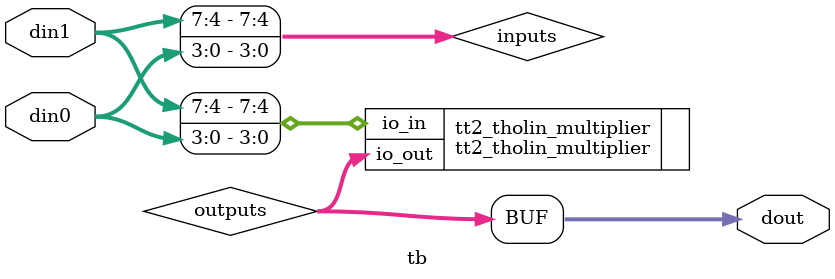
<source format=v>
`default_nettype none
`timescale 1ns/1ps

module tb (
	input [3:0] din0,
	input [7:4] din1,
	output [7:0] dout
	);

	initial begin
		$dumpfile ("tb.vcd");
		$dumpvars (0, tb);
		#1;
	end

	wire [7:0] inputs = {din1, din0};
	wire [7:0] outputs;
	assign dout = outputs[7:0];

	tt2_tholin_multiplier tt2_tholin_multiplier (
		`ifdef GL_TEST
			.vccd1( 1'b1),
			.vssd1( 1'b0),
		`endif
		.io_in (inputs),
		.io_out (outputs)
	);

endmodule

</source>
